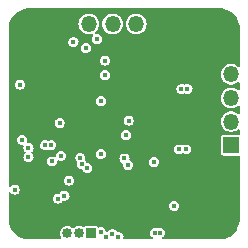
<source format=gbr>
%TF.GenerationSoftware,KiCad,Pcbnew,(6.0.7)*%
%TF.CreationDate,2024-01-02T21:25:37+08:00*%
%TF.ProjectId,stepper-motor-20,73746570-7065-4722-9d6d-6f746f722d32,1*%
%TF.SameCoordinates,PX6979f40PYa1135a0*%
%TF.FileFunction,Copper,L3,Inr*%
%TF.FilePolarity,Positive*%
%FSLAX46Y46*%
G04 Gerber Fmt 4.6, Leading zero omitted, Abs format (unit mm)*
G04 Created by KiCad (PCBNEW (6.0.7)) date 2024-01-02 21:25:37*
%MOMM*%
%LPD*%
G01*
G04 APERTURE LIST*
%TA.AperFunction,ComponentPad*%
%ADD10C,0.600000*%
%TD*%
%TA.AperFunction,ComponentPad*%
%ADD11C,3.600000*%
%TD*%
%TA.AperFunction,ComponentPad*%
%ADD12R,0.850000X0.850000*%
%TD*%
%TA.AperFunction,ComponentPad*%
%ADD13O,0.850000X0.850000*%
%TD*%
%TA.AperFunction,ComponentPad*%
%ADD14R,1.350000X1.350000*%
%TD*%
%TA.AperFunction,ComponentPad*%
%ADD15O,1.350000X1.350000*%
%TD*%
%TA.AperFunction,ViaPad*%
%ADD16C,0.450000*%
%TD*%
%TA.AperFunction,ViaPad*%
%ADD17C,0.430000*%
%TD*%
G04 APERTURE END LIST*
D10*
%TO.N,GND*%
%TO.C,H1*%
X16582400Y3265200D03*
X17700000Y3773200D03*
X17700000Y826800D03*
X19173200Y2300000D03*
X18665200Y1182400D03*
X18665200Y3417600D03*
X16633200Y1284000D03*
X16226800Y2300000D03*
D11*
X17700000Y2300000D03*
%TD*%
D10*
%TO.N,GND*%
%TO.C,H2*%
X2300000Y19173200D03*
X3265200Y16582400D03*
D11*
X2300000Y17700000D03*
D10*
X2300000Y16226800D03*
X3773200Y17700000D03*
X826800Y17700000D03*
X1233200Y16684000D03*
X3265200Y18817600D03*
X1182400Y18665200D03*
%TD*%
D11*
%TO.N,GND*%
%TO.C,H3*%
X17700000Y17700000D03*
D10*
X18665200Y16582400D03*
X18665200Y18817600D03*
X16633200Y16684000D03*
X16226800Y17700000D03*
X17700000Y16226800D03*
X16582400Y18665200D03*
X17700000Y19173200D03*
X19173200Y17700000D03*
%TD*%
D12*
%TO.N,SWCLK*%
%TO.C,J2*%
X7162800Y711200D03*
D13*
%TO.N,SWDIO*%
X6162800Y711200D03*
%TO.N,VCC*%
X5162800Y711200D03*
%TO.N,GND*%
X4162800Y711200D03*
%TD*%
D14*
%TO.N,Net-(J3-Pad1)*%
%TO.C,J3*%
X19050000Y8176000D03*
D15*
%TO.N,Net-(J3-Pad2)*%
X19050000Y10176000D03*
%TO.N,Net-(J3-Pad3)*%
X19050000Y12176000D03*
%TO.N,Net-(J3-Pad4)*%
X19050000Y14176000D03*
%TD*%
D10*
%TO.N,GND*%
%TO.C,H4*%
X3265200Y3417600D03*
X1182400Y3265200D03*
X826800Y2300000D03*
X3773200Y2300000D03*
X2300000Y826800D03*
X3265200Y1182400D03*
X2300000Y3773200D03*
D11*
X2300000Y2300000D03*
D10*
X1233200Y1284000D03*
%TD*%
D14*
%TO.N,GND*%
%TO.C,J1*%
X13000000Y18449200D03*
D15*
%TO.N,V_SUPPLY*%
X11000000Y18449200D03*
%TO.N,/RS485/RS485_A*%
X9000000Y18449200D03*
%TO.N,/RS485/RS485_B*%
X7000000Y18449200D03*
%TD*%
D16*
%TO.N,GND*%
X4267200Y7823200D03*
X3302000Y13512800D03*
X10871200Y13614400D03*
X3302000Y13055600D03*
X6146800Y14173200D03*
X7924800Y3911600D03*
X12141200Y7366000D03*
X11125200Y10769600D03*
X18389600Y15392400D03*
X11684000Y15646400D03*
X16865600Y10617200D03*
X11734800Y14427200D03*
X3302000Y14071600D03*
X12344400Y2387600D03*
X10871200Y14833600D03*
X11480800Y3200400D03*
X14681200Y2032000D03*
X508000Y6858000D03*
X17424400Y11531600D03*
X17678400Y10617200D03*
X5232400Y5892800D03*
X7569200Y3048000D03*
X508000Y12293600D03*
X12344400Y5638800D03*
X3302000Y12446000D03*
X10617200Y5791200D03*
X12598400Y14427200D03*
X11176000Y8636000D03*
X10922000Y16205200D03*
X12598400Y15646400D03*
X4978400Y7823200D03*
X1066800Y12344400D03*
X11988800Y2946400D03*
X12954000Y7416800D03*
X16662400Y11226800D03*
X6276500Y9992462D03*
X11734800Y8077200D03*
X762000Y11836400D03*
X11277600Y7670800D03*
X17983200Y11531600D03*
X11125200Y9906000D03*
X7569200Y4826000D03*
%TO.N,VCC*%
X13004800Y762000D03*
X3302000Y8178800D03*
X5689600Y16916400D03*
X12598400Y762000D03*
X5334000Y5181600D03*
X8026400Y11905000D03*
X14224000Y3048000D03*
X4521200Y10058400D03*
X3809769Y8178980D03*
X1320800Y8636000D03*
X12496800Y6756400D03*
%TO.N,V_SUPPLY*%
X14630400Y7823200D03*
X15240000Y7823200D03*
X1168400Y13309600D03*
X14833600Y12954000D03*
X15341600Y12954000D03*
%TO.N,/RS485/RS485_B*%
X6728600Y16408400D03*
X1879600Y7162800D03*
%TO.N,/RS485/RS485_A*%
X7670800Y17170400D03*
X1879600Y7975600D03*
%TO.N,/LED_GREEN*%
X4648200Y7289800D03*
D17*
X6399263Y6554279D03*
%TO.N,/LED_RED*%
X6857249Y6232888D03*
D16*
X3860800Y6807200D03*
%TO.N,/SPI1_SCK*%
X8483600Y406400D03*
%TO.N,/SPI1_MISO*%
X8991601Y685251D03*
%TO.N,/SPI1_MOSI*%
X9499600Y406400D03*
%TO.N,/MT6816_CS*%
X8026400Y812800D03*
%TO.N,/485_RE*%
X4368800Y3657600D03*
%TO.N,/IN_AP*%
X8347144Y15343453D03*
D17*
X6276500Y7120744D03*
D16*
%TO.N,/IN_AM*%
X8382000Y14122400D03*
D17*
X8008300Y7416800D03*
D16*
%TO.N,/IN_BP*%
X10363200Y10261600D03*
X10312400Y6502400D03*
%TO.N,/IN_BM*%
X10007600Y7061200D03*
X10160500Y9034400D03*
%TO.N,/UART0_TX*%
X711200Y4419600D03*
%TO.N,/UART0_RX*%
X4927600Y3911600D03*
%TD*%
%TA.AperFunction,Conductor*%
%TO.N,GND*%
G36*
X17988169Y19796982D02*
G01*
X17999641Y19794344D01*
X18010516Y19796805D01*
X18021662Y19796785D01*
X18021662Y19796631D01*
X18031712Y19797421D01*
X18113994Y19792028D01*
X18228410Y19784529D01*
X18241237Y19782841D01*
X18459387Y19739449D01*
X18471887Y19736099D01*
X18682500Y19664605D01*
X18694449Y19659656D01*
X18893944Y19561276D01*
X18905137Y19554813D01*
X19042444Y19463067D01*
X19090072Y19431243D01*
X19100345Y19423360D01*
X19267560Y19276717D01*
X19276717Y19267560D01*
X19423360Y19100345D01*
X19431243Y19090072D01*
X19554813Y18905137D01*
X19561276Y18893944D01*
X19659656Y18694449D01*
X19664605Y18682500D01*
X19736098Y18471891D01*
X19739449Y18459387D01*
X19778863Y18261239D01*
X19782840Y18241244D01*
X19784529Y18228412D01*
X19793821Y18086647D01*
X19797388Y18032228D01*
X19796595Y18022372D01*
X19796862Y18022372D01*
X19796842Y18011224D01*
X19794344Y18000359D01*
X19796804Y17989487D01*
X19797059Y17988362D01*
X19799500Y17966512D01*
X19799500Y14907365D01*
X19780593Y14849174D01*
X19731093Y14813210D01*
X19669907Y14813210D01*
X19639470Y14830785D01*
X19639050Y14830207D01*
X19494352Y14935336D01*
X19490161Y14938381D01*
X19485429Y14940488D01*
X19485427Y14940489D01*
X19326774Y15011126D01*
X19326771Y15011127D01*
X19322034Y15013236D01*
X19142019Y15051500D01*
X18957981Y15051500D01*
X18777966Y15013236D01*
X18773229Y15011127D01*
X18773226Y15011126D01*
X18614573Y14940489D01*
X18614571Y14940488D01*
X18609839Y14938381D01*
X18460950Y14830207D01*
X18457484Y14826358D01*
X18457480Y14826354D01*
X18341277Y14697297D01*
X18341273Y14697292D01*
X18337805Y14693440D01*
X18335210Y14688945D01*
X18248380Y14538553D01*
X18248378Y14538548D01*
X18245786Y14534059D01*
X18244184Y14529128D01*
X18190517Y14363961D01*
X18190516Y14363956D01*
X18188915Y14359029D01*
X18169678Y14176000D01*
X18188915Y13992971D01*
X18190516Y13988044D01*
X18190517Y13988039D01*
X18192371Y13982334D01*
X18245786Y13817941D01*
X18248378Y13813452D01*
X18248380Y13813447D01*
X18290552Y13740404D01*
X18337805Y13658560D01*
X18341273Y13654708D01*
X18341277Y13654703D01*
X18457480Y13525646D01*
X18457484Y13525642D01*
X18460950Y13521793D01*
X18609839Y13413619D01*
X18614571Y13411512D01*
X18614573Y13411511D01*
X18773226Y13340874D01*
X18773229Y13340873D01*
X18777966Y13338764D01*
X18783039Y13337686D01*
X18783038Y13337686D01*
X18952110Y13301748D01*
X18957981Y13300500D01*
X19142019Y13300500D01*
X19147891Y13301748D01*
X19316962Y13337686D01*
X19316961Y13337686D01*
X19322034Y13338764D01*
X19326771Y13340873D01*
X19326774Y13340874D01*
X19485427Y13411511D01*
X19485429Y13411512D01*
X19490161Y13413619D01*
X19639050Y13521793D01*
X19639849Y13520694D01*
X19690142Y13543092D01*
X19749992Y13530376D01*
X19790937Y13484911D01*
X19799500Y13444635D01*
X19799500Y12907365D01*
X19780593Y12849174D01*
X19731093Y12813210D01*
X19669907Y12813210D01*
X19639470Y12830785D01*
X19639050Y12830207D01*
X19494352Y12935336D01*
X19490161Y12938381D01*
X19485429Y12940488D01*
X19485427Y12940489D01*
X19326774Y13011126D01*
X19326771Y13011127D01*
X19322034Y13013236D01*
X19142019Y13051500D01*
X18957981Y13051500D01*
X18777966Y13013236D01*
X18773229Y13011127D01*
X18773226Y13011126D01*
X18614573Y12940489D01*
X18614571Y12940488D01*
X18609839Y12938381D01*
X18460950Y12830207D01*
X18457484Y12826358D01*
X18457480Y12826354D01*
X18341277Y12697297D01*
X18341273Y12697292D01*
X18337805Y12693440D01*
X18335210Y12688945D01*
X18248380Y12538553D01*
X18248378Y12538548D01*
X18245786Y12534059D01*
X18229803Y12484868D01*
X18190517Y12363961D01*
X18190516Y12363956D01*
X18188915Y12359029D01*
X18169678Y12176000D01*
X18188915Y11992971D01*
X18190516Y11988044D01*
X18190517Y11988039D01*
X18214998Y11912696D01*
X18245786Y11817941D01*
X18248378Y11813452D01*
X18248380Y11813447D01*
X18300500Y11723174D01*
X18337805Y11658560D01*
X18341273Y11654708D01*
X18341277Y11654703D01*
X18457480Y11525646D01*
X18457484Y11525642D01*
X18460950Y11521793D01*
X18609839Y11413619D01*
X18614571Y11411512D01*
X18614573Y11411511D01*
X18773226Y11340874D01*
X18773229Y11340873D01*
X18777966Y11338764D01*
X18957981Y11300500D01*
X19142019Y11300500D01*
X19322034Y11338764D01*
X19326771Y11340873D01*
X19326774Y11340874D01*
X19485427Y11411511D01*
X19485429Y11411512D01*
X19490161Y11413619D01*
X19639050Y11521793D01*
X19639849Y11520694D01*
X19690142Y11543092D01*
X19749992Y11530376D01*
X19790937Y11484911D01*
X19799500Y11444635D01*
X19799500Y10907365D01*
X19780593Y10849174D01*
X19731093Y10813210D01*
X19669907Y10813210D01*
X19639470Y10830785D01*
X19639050Y10830207D01*
X19494352Y10935336D01*
X19490161Y10938381D01*
X19485429Y10940488D01*
X19485427Y10940489D01*
X19326774Y11011126D01*
X19326771Y11011127D01*
X19322034Y11013236D01*
X19142019Y11051500D01*
X18957981Y11051500D01*
X18777966Y11013236D01*
X18773229Y11011127D01*
X18773226Y11011126D01*
X18614573Y10940489D01*
X18614571Y10940488D01*
X18609839Y10938381D01*
X18460950Y10830207D01*
X18457484Y10826358D01*
X18457480Y10826354D01*
X18341277Y10697297D01*
X18341273Y10697292D01*
X18337805Y10693440D01*
X18335210Y10688945D01*
X18248380Y10538553D01*
X18248378Y10538548D01*
X18245786Y10534059D01*
X18244184Y10529128D01*
X18190517Y10363961D01*
X18190516Y10363956D01*
X18188915Y10359029D01*
X18169678Y10176000D01*
X18188915Y9992971D01*
X18190516Y9988044D01*
X18190517Y9988039D01*
X18208411Y9932969D01*
X18245786Y9817941D01*
X18248378Y9813452D01*
X18248380Y9813447D01*
X18256332Y9799674D01*
X18337805Y9658560D01*
X18341273Y9654708D01*
X18341277Y9654703D01*
X18457480Y9525646D01*
X18457484Y9525642D01*
X18460950Y9521793D01*
X18609839Y9413619D01*
X18614571Y9411512D01*
X18614573Y9411511D01*
X18773226Y9340874D01*
X18773229Y9340873D01*
X18777966Y9338764D01*
X18957981Y9300500D01*
X19142019Y9300500D01*
X19322034Y9338764D01*
X19326771Y9340873D01*
X19326774Y9340874D01*
X19485427Y9411511D01*
X19485429Y9411512D01*
X19490161Y9413619D01*
X19639050Y9521793D01*
X19639849Y9520694D01*
X19690142Y9543092D01*
X19749992Y9530376D01*
X19790937Y9484911D01*
X19799500Y9444635D01*
X19799500Y9150500D01*
X19780593Y9092309D01*
X19731093Y9056345D01*
X19700500Y9051500D01*
X18355252Y9051500D01*
X18329005Y9046279D01*
X18306334Y9041770D01*
X18306332Y9041769D01*
X18296769Y9039867D01*
X18230448Y8995552D01*
X18186133Y8929231D01*
X18184231Y8919668D01*
X18184230Y8919666D01*
X18180572Y8901274D01*
X18174500Y8870748D01*
X18174500Y7481252D01*
X18186133Y7422769D01*
X18230448Y7356448D01*
X18296769Y7312133D01*
X18306332Y7310231D01*
X18306334Y7310230D01*
X18329005Y7305721D01*
X18355252Y7300500D01*
X19700500Y7300500D01*
X19758691Y7281593D01*
X19794655Y7232093D01*
X19799500Y7201500D01*
X19799500Y2034017D01*
X19796982Y2011831D01*
X19794344Y2000359D01*
X19796805Y1989484D01*
X19796785Y1978338D01*
X19796631Y1978338D01*
X19797421Y1968288D01*
X19784530Y1771596D01*
X19782840Y1758756D01*
X19739450Y1540618D01*
X19736098Y1528109D01*
X19664605Y1317500D01*
X19659656Y1305551D01*
X19561276Y1106056D01*
X19554813Y1094863D01*
X19500671Y1013833D01*
X19431243Y909928D01*
X19423360Y899655D01*
X19276717Y732440D01*
X19267560Y723283D01*
X19100345Y576640D01*
X19090072Y568757D01*
X18905137Y445187D01*
X18893944Y438724D01*
X18694449Y340344D01*
X18682501Y335395D01*
X18471887Y263901D01*
X18459387Y260551D01*
X18241237Y217159D01*
X18228412Y215471D01*
X18032225Y202612D01*
X18022372Y203405D01*
X18022372Y203138D01*
X18011224Y203158D01*
X18000359Y205656D01*
X17988359Y202941D01*
X17966512Y200500D01*
X13252404Y200500D01*
X13194213Y219407D01*
X13158249Y268907D01*
X13158249Y330093D01*
X13194213Y379593D01*
X13207459Y387710D01*
X13251081Y409936D01*
X13251083Y409937D01*
X13258020Y413472D01*
X13353328Y508780D01*
X13387905Y576640D01*
X13410983Y621934D01*
X13410983Y621935D01*
X13414519Y628874D01*
X13435604Y762000D01*
X13429747Y798978D01*
X13415738Y887431D01*
X13415738Y887432D01*
X13414519Y895126D01*
X13385099Y952866D01*
X13356864Y1008281D01*
X13356863Y1008283D01*
X13353328Y1015220D01*
X13258020Y1110528D01*
X13251083Y1114063D01*
X13251081Y1114064D01*
X13144866Y1168183D01*
X13144865Y1168183D01*
X13137926Y1171719D01*
X13130232Y1172938D01*
X13130231Y1172938D01*
X13012496Y1191585D01*
X13004800Y1192804D01*
X12997104Y1191585D01*
X12879368Y1172938D01*
X12879366Y1172937D01*
X12871674Y1171719D01*
X12846544Y1158915D01*
X12786115Y1149343D01*
X12756658Y1158913D01*
X12731526Y1171719D01*
X12723834Y1172937D01*
X12723832Y1172938D01*
X12606096Y1191585D01*
X12598400Y1192804D01*
X12590704Y1191585D01*
X12472969Y1172938D01*
X12472968Y1172938D01*
X12465274Y1171719D01*
X12458335Y1168183D01*
X12458334Y1168183D01*
X12352119Y1114064D01*
X12352117Y1114063D01*
X12345180Y1110528D01*
X12249872Y1015220D01*
X12246337Y1008283D01*
X12246336Y1008281D01*
X12218101Y952866D01*
X12188681Y895126D01*
X12187462Y887432D01*
X12187462Y887431D01*
X12173453Y798978D01*
X12167596Y762000D01*
X12188681Y628874D01*
X12192217Y621935D01*
X12192217Y621934D01*
X12215296Y576640D01*
X12249872Y508780D01*
X12345180Y413472D01*
X12352117Y409937D01*
X12352119Y409936D01*
X12395741Y387710D01*
X12439006Y344445D01*
X12448577Y284013D01*
X12420800Y229497D01*
X12366283Y201719D01*
X12350796Y200500D01*
X10013707Y200500D01*
X9955516Y219407D01*
X9919552Y268907D01*
X9915926Y314987D01*
X9929185Y398703D01*
X9929185Y398704D01*
X9930404Y406400D01*
X9909319Y539526D01*
X9892136Y573250D01*
X9851664Y652681D01*
X9851663Y652683D01*
X9848128Y659620D01*
X9752820Y754928D01*
X9745883Y758463D01*
X9745881Y758464D01*
X9639666Y812583D01*
X9639665Y812583D01*
X9632726Y816119D01*
X9625032Y817338D01*
X9625031Y817338D01*
X9507296Y835985D01*
X9499600Y837204D01*
X9470823Y832646D01*
X9410394Y842217D01*
X9367128Y885482D01*
X9343665Y931532D01*
X9343664Y931534D01*
X9340129Y938471D01*
X9244821Y1033779D01*
X9237884Y1037314D01*
X9237882Y1037315D01*
X9131667Y1091434D01*
X9131666Y1091434D01*
X9124727Y1094970D01*
X9117033Y1096189D01*
X9117032Y1096189D01*
X9026497Y1110528D01*
X8991601Y1116055D01*
X8956705Y1110528D01*
X8866170Y1096189D01*
X8866169Y1096189D01*
X8858475Y1094970D01*
X8851536Y1091434D01*
X8851535Y1091434D01*
X8745320Y1037315D01*
X8745318Y1037314D01*
X8738381Y1033779D01*
X8643073Y938471D01*
X8639538Y931533D01*
X8639535Y931529D01*
X8624421Y901866D01*
X8581156Y858602D01*
X8520724Y849031D01*
X8466208Y876809D01*
X8438431Y931327D01*
X8436119Y945926D01*
X8400812Y1015220D01*
X8378464Y1059081D01*
X8378463Y1059083D01*
X8374928Y1066020D01*
X8279620Y1161328D01*
X8272683Y1164863D01*
X8272681Y1164864D01*
X8166466Y1218983D01*
X8166465Y1218983D01*
X8159526Y1222519D01*
X8151832Y1223738D01*
X8151831Y1223738D01*
X8034096Y1242385D01*
X8026400Y1243604D01*
X8018704Y1242385D01*
X7900969Y1223738D01*
X7900968Y1223738D01*
X7893274Y1222519D01*
X7886333Y1218982D01*
X7886332Y1218982D01*
X7880634Y1216079D01*
X7820202Y1206509D01*
X7765686Y1234288D01*
X7753376Y1249288D01*
X7737771Y1272642D01*
X7732352Y1280752D01*
X7666031Y1325067D01*
X7656468Y1326969D01*
X7656466Y1326970D01*
X7633795Y1331479D01*
X7607548Y1336700D01*
X6718052Y1336700D01*
X6691805Y1331479D01*
X6669134Y1326970D01*
X6669132Y1326969D01*
X6659569Y1325067D01*
X6593248Y1280752D01*
X6587959Y1272836D01*
X6533573Y1245126D01*
X6471762Y1255414D01*
X6388605Y1299443D01*
X6382817Y1300897D01*
X6382814Y1300898D01*
X6247560Y1334872D01*
X6247561Y1334872D01*
X6241772Y1336326D01*
X6166076Y1336722D01*
X6096345Y1337087D01*
X6096343Y1337087D01*
X6090379Y1337118D01*
X5943167Y1301776D01*
X5886721Y1272642D01*
X5813941Y1235078D01*
X5813939Y1235076D01*
X5808635Y1232339D01*
X5798776Y1223738D01*
X5727660Y1161700D01*
X5671381Y1137695D01*
X5611739Y1151355D01*
X5596723Y1162385D01*
X5547333Y1206389D01*
X5522403Y1228601D01*
X5496370Y1242385D01*
X5471762Y1255414D01*
X5388605Y1299443D01*
X5382817Y1300897D01*
X5382814Y1300898D01*
X5247560Y1334872D01*
X5247561Y1334872D01*
X5241772Y1336326D01*
X5166076Y1336722D01*
X5096345Y1337087D01*
X5096343Y1337087D01*
X5090379Y1337118D01*
X4943167Y1301776D01*
X4886721Y1272642D01*
X4813941Y1235078D01*
X4813939Y1235076D01*
X4808635Y1232339D01*
X4694549Y1132815D01*
X4691118Y1127933D01*
X4691117Y1127932D01*
X4611902Y1015220D01*
X4607496Y1008951D01*
X4605329Y1003393D01*
X4605328Y1003391D01*
X4559358Y885482D01*
X4552502Y867898D01*
X4532741Y717798D01*
X4533396Y711865D01*
X4533396Y711861D01*
X4542558Y628874D01*
X4549354Y567317D01*
X4551406Y561710D01*
X4599330Y430749D01*
X4599332Y430745D01*
X4601382Y425143D01*
X4604711Y420189D01*
X4648707Y354717D01*
X4665470Y295873D01*
X4644443Y238414D01*
X4593659Y204288D01*
X4566536Y200500D01*
X2034017Y200500D01*
X2011831Y203018D01*
X2011813Y203022D01*
X2000359Y205656D01*
X1989484Y203195D01*
X1978338Y203215D01*
X1978338Y203369D01*
X1968288Y202579D01*
X1886006Y207972D01*
X1771590Y215471D01*
X1758763Y217159D01*
X1540613Y260551D01*
X1528113Y263901D01*
X1317499Y335395D01*
X1305551Y340344D01*
X1106056Y438724D01*
X1094863Y445187D01*
X909928Y568757D01*
X899655Y576640D01*
X732440Y723283D01*
X723283Y732440D01*
X576640Y899655D01*
X568757Y909928D01*
X499329Y1013833D01*
X445187Y1094863D01*
X438724Y1106056D01*
X340344Y1305551D01*
X335395Y1317500D01*
X263902Y1528109D01*
X260550Y1540618D01*
X217160Y1758756D01*
X215470Y1771595D01*
X202629Y1967515D01*
X204311Y1988181D01*
X203747Y1988246D01*
X204388Y1993818D01*
X205655Y1999282D01*
X205656Y2000000D01*
X203096Y2011224D01*
X202980Y2011734D01*
X200500Y2033752D01*
X200500Y3048000D01*
X13793196Y3048000D01*
X13814281Y2914874D01*
X13875472Y2794780D01*
X13970780Y2699472D01*
X13977717Y2695937D01*
X13977719Y2695936D01*
X14083934Y2641817D01*
X14090874Y2638281D01*
X14098568Y2637062D01*
X14098569Y2637062D01*
X14216304Y2618415D01*
X14224000Y2617196D01*
X14231696Y2618415D01*
X14349431Y2637062D01*
X14349432Y2637062D01*
X14357126Y2638281D01*
X14364066Y2641817D01*
X14470281Y2695936D01*
X14470283Y2695937D01*
X14477220Y2699472D01*
X14572528Y2794780D01*
X14633719Y2914874D01*
X14654804Y3048000D01*
X14633719Y3181126D01*
X14572528Y3301220D01*
X14477220Y3396528D01*
X14470283Y3400063D01*
X14470281Y3400064D01*
X14364066Y3454183D01*
X14364065Y3454183D01*
X14357126Y3457719D01*
X14349432Y3458938D01*
X14349431Y3458938D01*
X14231696Y3477585D01*
X14224000Y3478804D01*
X14216304Y3477585D01*
X14098569Y3458938D01*
X14098568Y3458938D01*
X14090874Y3457719D01*
X14083935Y3454183D01*
X14083934Y3454183D01*
X13977719Y3400064D01*
X13977717Y3400063D01*
X13970780Y3396528D01*
X13875472Y3301220D01*
X13814281Y3181126D01*
X13793196Y3048000D01*
X200500Y3048000D01*
X200500Y3657600D01*
X3937996Y3657600D01*
X3959081Y3524474D01*
X3962617Y3517535D01*
X3962617Y3517534D01*
X4016735Y3411322D01*
X4020272Y3404380D01*
X4115580Y3309072D01*
X4122517Y3305537D01*
X4122519Y3305536D01*
X4228734Y3251417D01*
X4235674Y3247881D01*
X4243368Y3246662D01*
X4243369Y3246662D01*
X4361104Y3228015D01*
X4368800Y3226796D01*
X4376496Y3228015D01*
X4494231Y3246662D01*
X4494232Y3246662D01*
X4501926Y3247881D01*
X4508866Y3251417D01*
X4615081Y3305536D01*
X4615083Y3305537D01*
X4622020Y3309072D01*
X4717328Y3404380D01*
X4720864Y3411319D01*
X4720866Y3411322D01*
X4736405Y3441819D01*
X4779670Y3485083D01*
X4840100Y3494654D01*
X4919902Y3482015D01*
X4919904Y3482015D01*
X4927600Y3480796D01*
X4935296Y3482015D01*
X5053031Y3500662D01*
X5053032Y3500662D01*
X5060726Y3501881D01*
X5091447Y3517534D01*
X5173881Y3559536D01*
X5173883Y3559537D01*
X5180820Y3563072D01*
X5276128Y3658380D01*
X5337319Y3778474D01*
X5358404Y3911600D01*
X5352547Y3948578D01*
X5338538Y4037031D01*
X5338538Y4037032D01*
X5337319Y4044726D01*
X5295204Y4127381D01*
X5279664Y4157881D01*
X5279663Y4157883D01*
X5276128Y4164820D01*
X5180820Y4260128D01*
X5173883Y4263663D01*
X5173881Y4263664D01*
X5067666Y4317783D01*
X5067665Y4317783D01*
X5060726Y4321319D01*
X5053032Y4322538D01*
X5053031Y4322538D01*
X4935296Y4341185D01*
X4927600Y4342404D01*
X4919904Y4341185D01*
X4802169Y4322538D01*
X4802168Y4322538D01*
X4794474Y4321319D01*
X4787535Y4317783D01*
X4787534Y4317783D01*
X4681319Y4263664D01*
X4681317Y4263663D01*
X4674380Y4260128D01*
X4579072Y4164820D01*
X4575537Y4157882D01*
X4575534Y4157878D01*
X4559995Y4127381D01*
X4516730Y4084117D01*
X4456300Y4074546D01*
X4376498Y4087185D01*
X4376496Y4087185D01*
X4368800Y4088404D01*
X4361104Y4087185D01*
X4243369Y4068538D01*
X4243368Y4068538D01*
X4235674Y4067319D01*
X4228735Y4063783D01*
X4228734Y4063783D01*
X4122519Y4009664D01*
X4122517Y4009663D01*
X4115580Y4006128D01*
X4020272Y3910820D01*
X3959081Y3790726D01*
X3937996Y3657600D01*
X200500Y3657600D01*
X200500Y4089544D01*
X219407Y4147735D01*
X268907Y4183699D01*
X330093Y4183699D01*
X369504Y4159548D01*
X457980Y4071072D01*
X464917Y4067537D01*
X464919Y4067536D01*
X524789Y4037031D01*
X578074Y4009881D01*
X585768Y4008662D01*
X585769Y4008662D01*
X703504Y3990015D01*
X711200Y3988796D01*
X718896Y3990015D01*
X836631Y4008662D01*
X836632Y4008662D01*
X844326Y4009881D01*
X897611Y4037031D01*
X957481Y4067536D01*
X957483Y4067537D01*
X964420Y4071072D01*
X1059728Y4166380D01*
X1068553Y4183699D01*
X1117383Y4279534D01*
X1117383Y4279535D01*
X1120919Y4286474D01*
X1129778Y4342404D01*
X1140785Y4411904D01*
X1142004Y4419600D01*
X1120919Y4552726D01*
X1070400Y4651875D01*
X1063264Y4665881D01*
X1063263Y4665883D01*
X1059728Y4672820D01*
X964420Y4768128D01*
X957483Y4771663D01*
X957481Y4771664D01*
X851266Y4825783D01*
X851265Y4825783D01*
X844326Y4829319D01*
X836632Y4830538D01*
X836631Y4830538D01*
X718896Y4849185D01*
X711200Y4850404D01*
X703504Y4849185D01*
X585769Y4830538D01*
X585768Y4830538D01*
X578074Y4829319D01*
X571135Y4825783D01*
X571134Y4825783D01*
X464919Y4771664D01*
X464917Y4771663D01*
X457980Y4768128D01*
X369504Y4679652D01*
X314987Y4651875D01*
X254555Y4661446D01*
X211290Y4704711D01*
X200500Y4749656D01*
X200500Y5181600D01*
X4903196Y5181600D01*
X4924281Y5048474D01*
X4985472Y4928380D01*
X5080780Y4833072D01*
X5087717Y4829537D01*
X5087719Y4829536D01*
X5095085Y4825783D01*
X5200874Y4771881D01*
X5208568Y4770662D01*
X5208569Y4770662D01*
X5326304Y4752015D01*
X5334000Y4750796D01*
X5341696Y4752015D01*
X5459431Y4770662D01*
X5459432Y4770662D01*
X5467126Y4771881D01*
X5572915Y4825783D01*
X5580281Y4829536D01*
X5580283Y4829537D01*
X5587220Y4833072D01*
X5682528Y4928380D01*
X5743719Y5048474D01*
X5764804Y5181600D01*
X5743719Y5314726D01*
X5682528Y5434820D01*
X5587220Y5530128D01*
X5580283Y5533663D01*
X5580281Y5533664D01*
X5474066Y5587783D01*
X5474065Y5587783D01*
X5467126Y5591319D01*
X5459432Y5592538D01*
X5459431Y5592538D01*
X5341696Y5611185D01*
X5334000Y5612404D01*
X5326304Y5611185D01*
X5208569Y5592538D01*
X5208568Y5592538D01*
X5200874Y5591319D01*
X5193935Y5587783D01*
X5193934Y5587783D01*
X5087719Y5533664D01*
X5087717Y5533663D01*
X5080780Y5530128D01*
X4985472Y5434820D01*
X4924281Y5314726D01*
X4903196Y5181600D01*
X200500Y5181600D01*
X200500Y8636000D01*
X889996Y8636000D01*
X891215Y8628304D01*
X909274Y8514286D01*
X911081Y8502874D01*
X914617Y8495935D01*
X914617Y8495934D01*
X958103Y8410589D01*
X972272Y8382780D01*
X1067580Y8287472D01*
X1074517Y8283937D01*
X1074519Y8283936D01*
X1135657Y8252785D01*
X1187674Y8226281D01*
X1195368Y8225062D01*
X1195369Y8225062D01*
X1313104Y8206415D01*
X1320800Y8205196D01*
X1328496Y8206415D01*
X1354806Y8210582D01*
X1415238Y8201011D01*
X1458503Y8157746D01*
X1468074Y8097316D01*
X1448796Y7975600D01*
X1469881Y7842474D01*
X1473417Y7835535D01*
X1473417Y7835534D01*
X1511561Y7760673D01*
X1531072Y7722380D01*
X1614248Y7639204D01*
X1642025Y7584687D01*
X1632454Y7524255D01*
X1614248Y7499196D01*
X1531072Y7416020D01*
X1527537Y7409083D01*
X1527536Y7409081D01*
X1473417Y7302866D01*
X1469881Y7295926D01*
X1468662Y7288232D01*
X1468662Y7288231D01*
X1456807Y7213381D01*
X1448796Y7162800D01*
X1469881Y7029674D01*
X1473417Y7022735D01*
X1473417Y7022734D01*
X1521649Y6928074D01*
X1531072Y6909580D01*
X1626380Y6814272D01*
X1633317Y6810737D01*
X1633319Y6810736D01*
X1724622Y6764215D01*
X1746474Y6753081D01*
X1754168Y6751862D01*
X1754169Y6751862D01*
X1871904Y6733215D01*
X1879600Y6731996D01*
X1887296Y6733215D01*
X2005031Y6751862D01*
X2005032Y6751862D01*
X2012726Y6753081D01*
X2034578Y6764215D01*
X2118941Y6807200D01*
X3429996Y6807200D01*
X3431215Y6799504D01*
X3438008Y6756617D01*
X3451081Y6674074D01*
X3454617Y6667135D01*
X3454617Y6667134D01*
X3508198Y6561976D01*
X3512272Y6553980D01*
X3607580Y6458672D01*
X3614517Y6455137D01*
X3614519Y6455136D01*
X3714220Y6404336D01*
X3727674Y6397481D01*
X3735368Y6396262D01*
X3735369Y6396262D01*
X3853104Y6377615D01*
X3860800Y6376396D01*
X3868496Y6377615D01*
X3986231Y6396262D01*
X3986232Y6396262D01*
X3993926Y6397481D01*
X4007380Y6404336D01*
X4107081Y6455136D01*
X4107083Y6455137D01*
X4114020Y6458672D01*
X4209328Y6553980D01*
X4213403Y6561976D01*
X4266983Y6667134D01*
X4266983Y6667135D01*
X4270519Y6674074D01*
X4283593Y6756617D01*
X4290385Y6799504D01*
X4291604Y6807200D01*
X4289825Y6818432D01*
X4290385Y6821968D01*
X4290385Y6822687D01*
X4290499Y6822687D01*
X4299396Y6878864D01*
X4342661Y6922129D01*
X4403093Y6931700D01*
X4432551Y6922128D01*
X4508128Y6883619D01*
X4508134Y6883617D01*
X4515074Y6880081D01*
X4522768Y6878862D01*
X4522769Y6878862D01*
X4640504Y6860215D01*
X4648200Y6858996D01*
X4655896Y6860215D01*
X4773631Y6878862D01*
X4773632Y6878862D01*
X4781326Y6880081D01*
X4799863Y6889526D01*
X4894481Y6937736D01*
X4894483Y6937737D01*
X4901420Y6941272D01*
X4996728Y7036580D01*
X5005340Y7053481D01*
X5039612Y7120744D01*
X5855821Y7120744D01*
X5857040Y7113047D01*
X5874520Y7002681D01*
X5876410Y6990747D01*
X5936164Y6873475D01*
X5990907Y6818732D01*
X6018684Y6764215D01*
X6009112Y6703782D01*
X5999173Y6684276D01*
X5997955Y6676585D01*
X5997954Y6676582D01*
X5980712Y6567716D01*
X5978584Y6554279D01*
X5979803Y6546582D01*
X5988020Y6494704D01*
X5999173Y6424282D01*
X6058927Y6307010D01*
X6151994Y6213943D01*
X6269266Y6154189D01*
X6276957Y6152971D01*
X6276960Y6152970D01*
X6395399Y6134212D01*
X6449915Y6106435D01*
X6468121Y6081377D01*
X6516913Y5985619D01*
X6609980Y5892552D01*
X6727252Y5832798D01*
X6734943Y5831580D01*
X6734946Y5831579D01*
X6849552Y5813428D01*
X6857249Y5812209D01*
X6864946Y5813428D01*
X6979552Y5831579D01*
X6979555Y5831580D01*
X6987246Y5832798D01*
X7104518Y5892552D01*
X7197585Y5985619D01*
X7257339Y6102891D01*
X7263501Y6141794D01*
X7276709Y6225191D01*
X7277928Y6232888D01*
X7263052Y6326815D01*
X7258558Y6355191D01*
X7258557Y6355194D01*
X7257339Y6362885D01*
X7197585Y6480157D01*
X7104518Y6573224D01*
X6987246Y6632978D01*
X6979555Y6634196D01*
X6979552Y6634197D01*
X6861113Y6652955D01*
X6806597Y6680732D01*
X6788391Y6705790D01*
X6772130Y6737703D01*
X6739599Y6801548D01*
X6684856Y6856291D01*
X6657079Y6910808D01*
X6666651Y6971241D01*
X6673053Y6983806D01*
X6676590Y6990747D01*
X6678481Y7002681D01*
X6695960Y7113047D01*
X6697179Y7120744D01*
X6691638Y7155728D01*
X6677809Y7243047D01*
X6677808Y7243050D01*
X6676590Y7250741D01*
X6616836Y7368013D01*
X6568049Y7416800D01*
X7587621Y7416800D01*
X7588840Y7409103D01*
X7606041Y7300500D01*
X7608210Y7286803D01*
X7667964Y7169531D01*
X7761031Y7076464D01*
X7878303Y7016710D01*
X7885994Y7015492D01*
X7885997Y7015491D01*
X8000603Y6997340D01*
X8008300Y6996121D01*
X8015997Y6997340D01*
X8130603Y7015491D01*
X8130606Y7015492D01*
X8138297Y7016710D01*
X8225612Y7061200D01*
X9576796Y7061200D01*
X9578015Y7053504D01*
X9596351Y6937736D01*
X9597881Y6928074D01*
X9601417Y6921135D01*
X9601417Y6921134D01*
X9653594Y6818732D01*
X9659072Y6807980D01*
X9754380Y6712672D01*
X9761317Y6709137D01*
X9761319Y6709136D01*
X9838825Y6669645D01*
X9882090Y6626380D01*
X9891661Y6565948D01*
X9881596Y6502400D01*
X9882815Y6494704D01*
X9898407Y6396262D01*
X9902681Y6369274D01*
X9906217Y6362335D01*
X9906217Y6362334D01*
X9937213Y6301502D01*
X9963872Y6249180D01*
X10059180Y6153872D01*
X10066117Y6150337D01*
X10066119Y6150336D01*
X10172334Y6096217D01*
X10179274Y6092681D01*
X10186968Y6091462D01*
X10186969Y6091462D01*
X10304704Y6072815D01*
X10312400Y6071596D01*
X10320096Y6072815D01*
X10437831Y6091462D01*
X10437832Y6091462D01*
X10445526Y6092681D01*
X10452466Y6096217D01*
X10558681Y6150336D01*
X10558683Y6150337D01*
X10565620Y6153872D01*
X10660928Y6249180D01*
X10687588Y6301502D01*
X10718583Y6362334D01*
X10718583Y6362335D01*
X10722119Y6369274D01*
X10726394Y6396262D01*
X10741985Y6494704D01*
X10743204Y6502400D01*
X10731987Y6573224D01*
X10723338Y6627831D01*
X10723338Y6627832D01*
X10722119Y6635526D01*
X10713990Y6651481D01*
X10664464Y6748681D01*
X10664463Y6748683D01*
X10660928Y6755620D01*
X10660148Y6756400D01*
X12065996Y6756400D01*
X12067215Y6748704D01*
X12079737Y6669645D01*
X12087081Y6623274D01*
X12090617Y6616335D01*
X12090617Y6616334D01*
X12126158Y6546582D01*
X12148272Y6503180D01*
X12243580Y6407872D01*
X12250517Y6404337D01*
X12250519Y6404336D01*
X12331872Y6362885D01*
X12363674Y6346681D01*
X12371368Y6345462D01*
X12371369Y6345462D01*
X12489104Y6326815D01*
X12496800Y6325596D01*
X12504496Y6326815D01*
X12622231Y6345462D01*
X12622232Y6345462D01*
X12629926Y6346681D01*
X12661728Y6362885D01*
X12743081Y6404336D01*
X12743083Y6404337D01*
X12750020Y6407872D01*
X12845328Y6503180D01*
X12867443Y6546582D01*
X12902983Y6616334D01*
X12902983Y6616335D01*
X12906519Y6623274D01*
X12913864Y6669645D01*
X12926385Y6748704D01*
X12927604Y6756400D01*
X12911783Y6856291D01*
X12907738Y6881831D01*
X12907738Y6881832D01*
X12906519Y6889526D01*
X12900026Y6902270D01*
X12848864Y7002681D01*
X12848863Y7002683D01*
X12845328Y7009620D01*
X12750020Y7104928D01*
X12743083Y7108463D01*
X12743081Y7108464D01*
X12636866Y7162583D01*
X12636865Y7162583D01*
X12629926Y7166119D01*
X12622232Y7167338D01*
X12622231Y7167338D01*
X12504496Y7185985D01*
X12496800Y7187204D01*
X12489104Y7185985D01*
X12371369Y7167338D01*
X12371368Y7167338D01*
X12363674Y7166119D01*
X12356735Y7162583D01*
X12356734Y7162583D01*
X12250519Y7108464D01*
X12250517Y7108463D01*
X12243580Y7104928D01*
X12148272Y7009620D01*
X12144737Y7002683D01*
X12144736Y7002681D01*
X12093574Y6902270D01*
X12087081Y6889526D01*
X12085862Y6881832D01*
X12085862Y6881831D01*
X12081817Y6856291D01*
X12065996Y6756400D01*
X10660148Y6756400D01*
X10565620Y6850928D01*
X10558683Y6854463D01*
X10558681Y6854464D01*
X10481175Y6893955D01*
X10437910Y6937220D01*
X10428339Y6997652D01*
X10431164Y7015491D01*
X10438404Y7061200D01*
X10423432Y7155728D01*
X10418538Y7186631D01*
X10418538Y7186632D01*
X10417319Y7194326D01*
X10395064Y7238004D01*
X10359664Y7307481D01*
X10359663Y7307483D01*
X10356128Y7314420D01*
X10260820Y7409728D01*
X10253883Y7413263D01*
X10253881Y7413264D01*
X10147666Y7467383D01*
X10147665Y7467383D01*
X10140726Y7470919D01*
X10133032Y7472138D01*
X10133031Y7472138D01*
X10015296Y7490785D01*
X10007600Y7492004D01*
X9999904Y7490785D01*
X9882169Y7472138D01*
X9882168Y7472138D01*
X9874474Y7470919D01*
X9867535Y7467383D01*
X9867534Y7467383D01*
X9761319Y7413264D01*
X9761317Y7413263D01*
X9754380Y7409728D01*
X9659072Y7314420D01*
X9655537Y7307483D01*
X9655536Y7307481D01*
X9620136Y7238004D01*
X9597881Y7194326D01*
X9596662Y7186632D01*
X9596662Y7186631D01*
X9591768Y7155728D01*
X9576796Y7061200D01*
X8225612Y7061200D01*
X8255569Y7076464D01*
X8348636Y7169531D01*
X8408390Y7286803D01*
X8410560Y7300500D01*
X8427760Y7409103D01*
X8428979Y7416800D01*
X8414008Y7511328D01*
X8409609Y7539103D01*
X8409608Y7539106D01*
X8408390Y7546797D01*
X8348636Y7664069D01*
X8255569Y7757136D01*
X8138297Y7816890D01*
X8130606Y7818108D01*
X8130603Y7818109D01*
X8098458Y7823200D01*
X14199596Y7823200D01*
X14200815Y7815504D01*
X14216039Y7719385D01*
X14220681Y7690074D01*
X14224217Y7683135D01*
X14224217Y7683134D01*
X14259369Y7614145D01*
X14281872Y7569980D01*
X14377180Y7474672D01*
X14384117Y7471137D01*
X14384119Y7471136D01*
X14475654Y7424497D01*
X14497274Y7413481D01*
X14504968Y7412262D01*
X14504969Y7412262D01*
X14622704Y7393615D01*
X14630400Y7392396D01*
X14638096Y7393615D01*
X14755831Y7412262D01*
X14755832Y7412262D01*
X14763526Y7413481D01*
X14883620Y7474672D01*
X14884122Y7473687D01*
X14935206Y7490282D01*
X14986278Y7473687D01*
X14986780Y7474672D01*
X15106874Y7413481D01*
X15114568Y7412262D01*
X15114569Y7412262D01*
X15232304Y7393615D01*
X15240000Y7392396D01*
X15247696Y7393615D01*
X15365431Y7412262D01*
X15365432Y7412262D01*
X15373126Y7413481D01*
X15394746Y7424497D01*
X15486281Y7471136D01*
X15486283Y7471137D01*
X15493220Y7474672D01*
X15588528Y7569980D01*
X15611032Y7614145D01*
X15646183Y7683134D01*
X15646183Y7683135D01*
X15649719Y7690074D01*
X15654362Y7719385D01*
X15669585Y7815504D01*
X15670804Y7823200D01*
X15649719Y7956326D01*
X15643820Y7967904D01*
X15592064Y8069481D01*
X15592063Y8069483D01*
X15588528Y8076420D01*
X15493220Y8171728D01*
X15486283Y8175263D01*
X15486281Y8175264D01*
X15380066Y8229383D01*
X15380065Y8229383D01*
X15373126Y8232919D01*
X15365432Y8234138D01*
X15365431Y8234138D01*
X15247696Y8252785D01*
X15240000Y8254004D01*
X15232304Y8252785D01*
X15114569Y8234138D01*
X15114568Y8234138D01*
X15106874Y8232919D01*
X14986780Y8171728D01*
X14986278Y8172713D01*
X14935194Y8156118D01*
X14884122Y8172713D01*
X14883620Y8171728D01*
X14877404Y8174895D01*
X14877405Y8174895D01*
X14763526Y8232919D01*
X14755832Y8234138D01*
X14755831Y8234138D01*
X14638096Y8252785D01*
X14630400Y8254004D01*
X14622704Y8252785D01*
X14504969Y8234138D01*
X14504968Y8234138D01*
X14497274Y8232919D01*
X14490335Y8229383D01*
X14490334Y8229383D01*
X14384119Y8175264D01*
X14384117Y8175263D01*
X14377180Y8171728D01*
X14281872Y8076420D01*
X14278337Y8069483D01*
X14278336Y8069481D01*
X14226580Y7967904D01*
X14220681Y7956326D01*
X14199596Y7823200D01*
X8098458Y7823200D01*
X8015997Y7836260D01*
X8008300Y7837479D01*
X8000603Y7836260D01*
X7885997Y7818109D01*
X7885994Y7818108D01*
X7878303Y7816890D01*
X7761031Y7757136D01*
X7667964Y7664069D01*
X7608210Y7546797D01*
X7606992Y7539106D01*
X7606991Y7539103D01*
X7602592Y7511328D01*
X7587621Y7416800D01*
X6568049Y7416800D01*
X6523769Y7461080D01*
X6406497Y7520834D01*
X6398806Y7522052D01*
X6398803Y7522053D01*
X6284197Y7540204D01*
X6276500Y7541423D01*
X6268803Y7540204D01*
X6154197Y7522053D01*
X6154194Y7522052D01*
X6146503Y7520834D01*
X6029231Y7461080D01*
X5936164Y7368013D01*
X5876410Y7250741D01*
X5875192Y7243050D01*
X5875191Y7243047D01*
X5861362Y7155728D01*
X5855821Y7120744D01*
X5039612Y7120744D01*
X5054383Y7149734D01*
X5054383Y7149735D01*
X5057919Y7156674D01*
X5059956Y7169531D01*
X5077785Y7282104D01*
X5079004Y7289800D01*
X5065744Y7373521D01*
X5059138Y7415231D01*
X5059138Y7415232D01*
X5057919Y7422926D01*
X5038479Y7461080D01*
X5000264Y7536081D01*
X5000263Y7536083D01*
X4996728Y7543020D01*
X4901420Y7638328D01*
X4894483Y7641863D01*
X4894481Y7641864D01*
X4788266Y7695983D01*
X4788265Y7695983D01*
X4781326Y7699519D01*
X4773632Y7700738D01*
X4773631Y7700738D01*
X4655896Y7719385D01*
X4648200Y7720604D01*
X4640504Y7719385D01*
X4522769Y7700738D01*
X4522768Y7700738D01*
X4515074Y7699519D01*
X4508135Y7695983D01*
X4508134Y7695983D01*
X4401919Y7641864D01*
X4401917Y7641863D01*
X4394980Y7638328D01*
X4299672Y7543020D01*
X4296137Y7536083D01*
X4296136Y7536081D01*
X4257921Y7461080D01*
X4238481Y7422926D01*
X4237262Y7415232D01*
X4237262Y7415231D01*
X4230656Y7373521D01*
X4217396Y7289800D01*
X4218615Y7282104D01*
X4219175Y7278568D01*
X4218615Y7275032D01*
X4218615Y7274313D01*
X4218501Y7274313D01*
X4209604Y7218136D01*
X4166339Y7174871D01*
X4105907Y7165300D01*
X4076449Y7174872D01*
X4000872Y7213381D01*
X4000866Y7213383D01*
X3993926Y7216919D01*
X3986232Y7218138D01*
X3986231Y7218138D01*
X3868496Y7236785D01*
X3860800Y7238004D01*
X3853104Y7236785D01*
X3735369Y7218138D01*
X3735368Y7218138D01*
X3727674Y7216919D01*
X3720735Y7213383D01*
X3720734Y7213383D01*
X3614519Y7159264D01*
X3614517Y7159263D01*
X3607580Y7155728D01*
X3512272Y7060420D01*
X3508737Y7053483D01*
X3508736Y7053481D01*
X3486388Y7009620D01*
X3451081Y6940326D01*
X3449862Y6932632D01*
X3449862Y6932631D01*
X3438393Y6860215D01*
X3429996Y6807200D01*
X2118941Y6807200D01*
X2125881Y6810736D01*
X2125883Y6810737D01*
X2132820Y6814272D01*
X2228128Y6909580D01*
X2237552Y6928074D01*
X2285783Y7022734D01*
X2285783Y7022735D01*
X2289319Y7029674D01*
X2310404Y7162800D01*
X2302393Y7213381D01*
X2290538Y7288231D01*
X2290538Y7288232D01*
X2289319Y7295926D01*
X2285783Y7302866D01*
X2231664Y7409081D01*
X2231663Y7409083D01*
X2228128Y7416020D01*
X2144952Y7499196D01*
X2117175Y7553713D01*
X2126746Y7614145D01*
X2144952Y7639204D01*
X2228128Y7722380D01*
X2247640Y7760673D01*
X2285783Y7835534D01*
X2285783Y7835535D01*
X2289319Y7842474D01*
X2310404Y7975600D01*
X2300376Y8038914D01*
X2290538Y8101031D01*
X2290538Y8101032D01*
X2289319Y8108726D01*
X2264342Y8157746D01*
X2253615Y8178800D01*
X2871196Y8178800D01*
X2872415Y8171104D01*
X2891034Y8053549D01*
X2892281Y8045674D01*
X2895817Y8038735D01*
X2895817Y8038734D01*
X2949845Y7932699D01*
X2953472Y7925580D01*
X3048780Y7830272D01*
X3055717Y7826737D01*
X3055719Y7826736D01*
X3161581Y7772797D01*
X3168874Y7769081D01*
X3176568Y7767862D01*
X3176569Y7767862D01*
X3221960Y7760673D01*
X3293168Y7749395D01*
X3294304Y7749215D01*
X3302000Y7747996D01*
X3309696Y7749215D01*
X3310833Y7749395D01*
X3382040Y7760673D01*
X3427431Y7767862D01*
X3427432Y7767862D01*
X3435126Y7769081D01*
X3511116Y7807800D01*
X3571548Y7817371D01*
X3601006Y7807800D01*
X3676643Y7769261D01*
X3684337Y7768042D01*
X3684338Y7768042D01*
X3802073Y7749395D01*
X3809769Y7748176D01*
X3817465Y7749395D01*
X3935200Y7768042D01*
X3935201Y7768042D01*
X3942895Y7769261D01*
X3949835Y7772797D01*
X4056050Y7826916D01*
X4056052Y7826917D01*
X4062989Y7830452D01*
X4158297Y7925760D01*
X4169951Y7948631D01*
X4215952Y8038914D01*
X4215952Y8038915D01*
X4219488Y8045854D01*
X4227639Y8097314D01*
X4238552Y8166222D01*
X4240573Y8178980D01*
X4231807Y8234326D01*
X4220707Y8304411D01*
X4220707Y8304412D01*
X4219488Y8312106D01*
X4215952Y8319046D01*
X4161833Y8425261D01*
X4161832Y8425263D01*
X4158297Y8432200D01*
X4062989Y8527508D01*
X4056052Y8531043D01*
X4056050Y8531044D01*
X3949835Y8585163D01*
X3949834Y8585163D01*
X3942895Y8588699D01*
X3935201Y8589918D01*
X3935200Y8589918D01*
X3841142Y8604815D01*
X3809769Y8609784D01*
X3778396Y8604815D01*
X3684338Y8589918D01*
X3684337Y8589918D01*
X3676643Y8588699D01*
X3669704Y8585163D01*
X3669703Y8585163D01*
X3600653Y8549980D01*
X3540221Y8540409D01*
X3510763Y8549980D01*
X3442066Y8584983D01*
X3442065Y8584983D01*
X3435126Y8588519D01*
X3427432Y8589738D01*
X3427431Y8589738D01*
X3309696Y8608385D01*
X3302000Y8609604D01*
X3294304Y8608385D01*
X3176569Y8589738D01*
X3176568Y8589738D01*
X3168874Y8588519D01*
X3161935Y8584983D01*
X3161934Y8584983D01*
X3055719Y8530864D01*
X3055717Y8530863D01*
X3048780Y8527328D01*
X2953472Y8432020D01*
X2949937Y8425083D01*
X2949936Y8425081D01*
X2928383Y8382780D01*
X2892281Y8311926D01*
X2891062Y8304232D01*
X2891062Y8304231D01*
X2879118Y8228820D01*
X2871196Y8178800D01*
X2253615Y8178800D01*
X2231664Y8221881D01*
X2231663Y8221883D01*
X2228128Y8228820D01*
X2132820Y8324128D01*
X2125883Y8327663D01*
X2125881Y8327664D01*
X2019666Y8381783D01*
X2019665Y8381783D01*
X2012726Y8385319D01*
X2005032Y8386538D01*
X2005031Y8386538D01*
X1887296Y8405185D01*
X1879600Y8406404D01*
X1845594Y8401018D01*
X1785162Y8410589D01*
X1741897Y8453854D01*
X1732326Y8514286D01*
X1733549Y8522002D01*
X1751604Y8636000D01*
X1730519Y8769126D01*
X1720842Y8788119D01*
X1672864Y8882281D01*
X1672863Y8882283D01*
X1669328Y8889220D01*
X1574020Y8984528D01*
X1567083Y8988063D01*
X1567081Y8988064D01*
X1476141Y9034400D01*
X9729696Y9034400D01*
X9750781Y8901274D01*
X9811972Y8781180D01*
X9907280Y8685872D01*
X9914217Y8682337D01*
X9914219Y8682336D01*
X9990055Y8643696D01*
X10027374Y8624681D01*
X10035068Y8623462D01*
X10035069Y8623462D01*
X10152804Y8604815D01*
X10160500Y8603596D01*
X10168196Y8604815D01*
X10285931Y8623462D01*
X10285932Y8623462D01*
X10293626Y8624681D01*
X10330945Y8643696D01*
X10406781Y8682336D01*
X10406783Y8682337D01*
X10413720Y8685872D01*
X10509028Y8781180D01*
X10570219Y8901274D01*
X10591304Y9034400D01*
X10570219Y9167526D01*
X10509028Y9287620D01*
X10413720Y9382928D01*
X10406783Y9386463D01*
X10406781Y9386464D01*
X10300566Y9440583D01*
X10300565Y9440583D01*
X10293626Y9444119D01*
X10285932Y9445338D01*
X10285931Y9445338D01*
X10168196Y9463985D01*
X10160500Y9465204D01*
X10152804Y9463985D01*
X10035069Y9445338D01*
X10035068Y9445338D01*
X10027374Y9444119D01*
X10020435Y9440583D01*
X10020434Y9440583D01*
X9914219Y9386464D01*
X9914217Y9386463D01*
X9907280Y9382928D01*
X9811972Y9287620D01*
X9750781Y9167526D01*
X9729696Y9034400D01*
X1476141Y9034400D01*
X1460866Y9042183D01*
X1460865Y9042183D01*
X1453926Y9045719D01*
X1446232Y9046938D01*
X1446231Y9046938D01*
X1328496Y9065585D01*
X1320800Y9066804D01*
X1313104Y9065585D01*
X1195369Y9046938D01*
X1195368Y9046938D01*
X1187674Y9045719D01*
X1180735Y9042183D01*
X1180734Y9042183D01*
X1074519Y8988064D01*
X1074517Y8988063D01*
X1067580Y8984528D01*
X972272Y8889220D01*
X968737Y8882283D01*
X968736Y8882281D01*
X920758Y8788119D01*
X911081Y8769126D01*
X889996Y8636000D01*
X200500Y8636000D01*
X200500Y10058400D01*
X4090396Y10058400D01*
X4111481Y9925274D01*
X4115017Y9918335D01*
X4115017Y9918334D01*
X4168460Y9813447D01*
X4172672Y9805180D01*
X4267980Y9709872D01*
X4274917Y9706337D01*
X4274919Y9706336D01*
X4359863Y9663055D01*
X4388074Y9648681D01*
X4395768Y9647462D01*
X4395769Y9647462D01*
X4513504Y9628815D01*
X4521200Y9627596D01*
X4528896Y9628815D01*
X4646631Y9647462D01*
X4646632Y9647462D01*
X4654326Y9648681D01*
X4682537Y9663055D01*
X4767481Y9706336D01*
X4767483Y9706337D01*
X4774420Y9709872D01*
X4869728Y9805180D01*
X4873941Y9813447D01*
X4927383Y9918334D01*
X4927383Y9918335D01*
X4930919Y9925274D01*
X4952004Y10058400D01*
X4942005Y10121534D01*
X4932138Y10183831D01*
X4932138Y10183832D01*
X4930919Y10191526D01*
X4899136Y10253904D01*
X4895215Y10261600D01*
X9932396Y10261600D01*
X9933615Y10253904D01*
X9943495Y10191526D01*
X9953481Y10128474D01*
X9957017Y10121535D01*
X9957017Y10121534D01*
X9989186Y10058400D01*
X10014672Y10008380D01*
X10109980Y9913072D01*
X10116917Y9909537D01*
X10116919Y9909536D01*
X10223134Y9855417D01*
X10230074Y9851881D01*
X10237768Y9850662D01*
X10237769Y9850662D01*
X10355504Y9832015D01*
X10363200Y9830796D01*
X10370896Y9832015D01*
X10488631Y9850662D01*
X10488632Y9850662D01*
X10496326Y9851881D01*
X10503266Y9855417D01*
X10609481Y9909536D01*
X10609483Y9909537D01*
X10616420Y9913072D01*
X10711728Y10008380D01*
X10737215Y10058400D01*
X10769383Y10121534D01*
X10769383Y10121535D01*
X10772919Y10128474D01*
X10782906Y10191526D01*
X10792785Y10253904D01*
X10794004Y10261600D01*
X10772919Y10394726D01*
X10737325Y10464583D01*
X10715264Y10507881D01*
X10715263Y10507883D01*
X10711728Y10514820D01*
X10616420Y10610128D01*
X10609483Y10613663D01*
X10609481Y10613664D01*
X10503266Y10667783D01*
X10503265Y10667783D01*
X10496326Y10671319D01*
X10488632Y10672538D01*
X10488631Y10672538D01*
X10370896Y10691185D01*
X10363200Y10692404D01*
X10355504Y10691185D01*
X10237769Y10672538D01*
X10237768Y10672538D01*
X10230074Y10671319D01*
X10223135Y10667783D01*
X10223134Y10667783D01*
X10116919Y10613664D01*
X10116917Y10613663D01*
X10109980Y10610128D01*
X10014672Y10514820D01*
X10011137Y10507883D01*
X10011136Y10507881D01*
X9989075Y10464583D01*
X9953481Y10394726D01*
X9932396Y10261600D01*
X4895215Y10261600D01*
X4873264Y10304681D01*
X4873263Y10304683D01*
X4869728Y10311620D01*
X4774420Y10406928D01*
X4767483Y10410463D01*
X4767481Y10410464D01*
X4661266Y10464583D01*
X4661265Y10464583D01*
X4654326Y10468119D01*
X4646632Y10469338D01*
X4646631Y10469338D01*
X4528896Y10487985D01*
X4521200Y10489204D01*
X4513504Y10487985D01*
X4395769Y10469338D01*
X4395768Y10469338D01*
X4388074Y10468119D01*
X4381135Y10464583D01*
X4381134Y10464583D01*
X4274919Y10410464D01*
X4274917Y10410463D01*
X4267980Y10406928D01*
X4172672Y10311620D01*
X4169137Y10304683D01*
X4169136Y10304681D01*
X4143264Y10253904D01*
X4111481Y10191526D01*
X4110262Y10183832D01*
X4110262Y10183831D01*
X4100395Y10121534D01*
X4090396Y10058400D01*
X200500Y10058400D01*
X200500Y11905000D01*
X7595596Y11905000D01*
X7596815Y11897304D01*
X7610097Y11813447D01*
X7616681Y11771874D01*
X7677872Y11651780D01*
X7773180Y11556472D01*
X7780117Y11552937D01*
X7780119Y11552936D01*
X7824396Y11530376D01*
X7893274Y11495281D01*
X7900968Y11494062D01*
X7900969Y11494062D01*
X8018704Y11475415D01*
X8026400Y11474196D01*
X8034096Y11475415D01*
X8151831Y11494062D01*
X8151832Y11494062D01*
X8159526Y11495281D01*
X8228404Y11530376D01*
X8272681Y11552936D01*
X8272683Y11552937D01*
X8279620Y11556472D01*
X8374928Y11651780D01*
X8436119Y11771874D01*
X8442704Y11813447D01*
X8455985Y11897304D01*
X8457204Y11905000D01*
X8436119Y12038126D01*
X8374928Y12158220D01*
X8279620Y12253528D01*
X8272683Y12257063D01*
X8272681Y12257064D01*
X8166466Y12311183D01*
X8166465Y12311183D01*
X8159526Y12314719D01*
X8151832Y12315938D01*
X8151831Y12315938D01*
X8034096Y12334585D01*
X8026400Y12335804D01*
X8018704Y12334585D01*
X7900969Y12315938D01*
X7900968Y12315938D01*
X7893274Y12314719D01*
X7886335Y12311183D01*
X7886334Y12311183D01*
X7780119Y12257064D01*
X7780117Y12257063D01*
X7773180Y12253528D01*
X7677872Y12158220D01*
X7616681Y12038126D01*
X7595596Y11905000D01*
X200500Y11905000D01*
X200500Y13309600D01*
X737596Y13309600D01*
X758681Y13176474D01*
X819872Y13056380D01*
X915180Y12961072D01*
X922117Y12957537D01*
X922119Y12957536D01*
X1020586Y12907365D01*
X1035274Y12899881D01*
X1042968Y12898662D01*
X1042969Y12898662D01*
X1160704Y12880015D01*
X1168400Y12878796D01*
X1176096Y12880015D01*
X1293831Y12898662D01*
X1293832Y12898662D01*
X1301526Y12899881D01*
X1316214Y12907365D01*
X1407741Y12954000D01*
X14402796Y12954000D01*
X14404015Y12946304D01*
X14410808Y12903417D01*
X14423881Y12820874D01*
X14485072Y12700780D01*
X14580380Y12605472D01*
X14587317Y12601937D01*
X14587319Y12601936D01*
X14693534Y12547817D01*
X14700474Y12544281D01*
X14708168Y12543062D01*
X14708169Y12543062D01*
X14825904Y12524415D01*
X14833600Y12523196D01*
X14841296Y12524415D01*
X14959031Y12543062D01*
X14959032Y12543062D01*
X14966726Y12544281D01*
X15042656Y12582969D01*
X15103087Y12592540D01*
X15132544Y12582969D01*
X15208474Y12544281D01*
X15216168Y12543062D01*
X15216169Y12543062D01*
X15333904Y12524415D01*
X15341600Y12523196D01*
X15349296Y12524415D01*
X15467031Y12543062D01*
X15467032Y12543062D01*
X15474726Y12544281D01*
X15481666Y12547817D01*
X15587881Y12601936D01*
X15587883Y12601937D01*
X15594820Y12605472D01*
X15690128Y12700780D01*
X15751319Y12820874D01*
X15764393Y12903417D01*
X15771185Y12946304D01*
X15772404Y12954000D01*
X15751319Y13087126D01*
X15690128Y13207220D01*
X15594820Y13302528D01*
X15587883Y13306063D01*
X15587881Y13306064D01*
X15481666Y13360183D01*
X15481665Y13360183D01*
X15474726Y13363719D01*
X15467032Y13364938D01*
X15467031Y13364938D01*
X15349296Y13383585D01*
X15341600Y13384804D01*
X15333904Y13383585D01*
X15216169Y13364938D01*
X15216168Y13364938D01*
X15208474Y13363719D01*
X15157382Y13337686D01*
X15132545Y13325031D01*
X15072113Y13315460D01*
X15042655Y13325031D01*
X15017819Y13337686D01*
X14966726Y13363719D01*
X14959032Y13364938D01*
X14959031Y13364938D01*
X14841296Y13383585D01*
X14833600Y13384804D01*
X14825904Y13383585D01*
X14708169Y13364938D01*
X14708168Y13364938D01*
X14700474Y13363719D01*
X14693535Y13360183D01*
X14693534Y13360183D01*
X14587319Y13306064D01*
X14587317Y13306063D01*
X14580380Y13302528D01*
X14485072Y13207220D01*
X14423881Y13087126D01*
X14402796Y12954000D01*
X1407741Y12954000D01*
X1414681Y12957536D01*
X1414683Y12957537D01*
X1421620Y12961072D01*
X1516928Y13056380D01*
X1578119Y13176474D01*
X1599204Y13309600D01*
X1593347Y13346578D01*
X1579338Y13435031D01*
X1579338Y13435032D01*
X1578119Y13442726D01*
X1556625Y13484911D01*
X1520464Y13555881D01*
X1520463Y13555883D01*
X1516928Y13562820D01*
X1421620Y13658128D01*
X1414683Y13661663D01*
X1414681Y13661664D01*
X1308466Y13715783D01*
X1308465Y13715783D01*
X1301526Y13719319D01*
X1293832Y13720538D01*
X1293831Y13720538D01*
X1176096Y13739185D01*
X1168400Y13740404D01*
X1160704Y13739185D01*
X1042969Y13720538D01*
X1042968Y13720538D01*
X1035274Y13719319D01*
X1028335Y13715783D01*
X1028334Y13715783D01*
X922119Y13661664D01*
X922117Y13661663D01*
X915180Y13658128D01*
X819872Y13562820D01*
X816337Y13555883D01*
X816336Y13555881D01*
X780175Y13484911D01*
X758681Y13442726D01*
X757462Y13435032D01*
X757462Y13435031D01*
X743453Y13346578D01*
X737596Y13309600D01*
X200500Y13309600D01*
X200500Y14122400D01*
X7951196Y14122400D01*
X7952415Y14114704D01*
X7970879Y13998129D01*
X7972281Y13989274D01*
X8033472Y13869180D01*
X8128780Y13773872D01*
X8135717Y13770337D01*
X8135719Y13770336D01*
X8196857Y13739185D01*
X8248874Y13712681D01*
X8256568Y13711462D01*
X8256569Y13711462D01*
X8374304Y13692815D01*
X8382000Y13691596D01*
X8389696Y13692815D01*
X8507431Y13711462D01*
X8507432Y13711462D01*
X8515126Y13712681D01*
X8567143Y13739185D01*
X8628281Y13770336D01*
X8628283Y13770337D01*
X8635220Y13773872D01*
X8730528Y13869180D01*
X8791719Y13989274D01*
X8793122Y13998129D01*
X8811585Y14114704D01*
X8812804Y14122400D01*
X8791719Y14255526D01*
X8730528Y14375620D01*
X8635220Y14470928D01*
X8628283Y14474463D01*
X8628281Y14474464D01*
X8522066Y14528583D01*
X8522065Y14528583D01*
X8515126Y14532119D01*
X8507432Y14533338D01*
X8507431Y14533338D01*
X8389696Y14551985D01*
X8382000Y14553204D01*
X8374304Y14551985D01*
X8256569Y14533338D01*
X8256568Y14533338D01*
X8248874Y14532119D01*
X8241935Y14528583D01*
X8241934Y14528583D01*
X8135719Y14474464D01*
X8135717Y14474463D01*
X8128780Y14470928D01*
X8033472Y14375620D01*
X7972281Y14255526D01*
X7951196Y14122400D01*
X200500Y14122400D01*
X200500Y15343453D01*
X7916340Y15343453D01*
X7937425Y15210327D01*
X7998616Y15090233D01*
X8093924Y14994925D01*
X8100861Y14991390D01*
X8100863Y14991389D01*
X8204898Y14938381D01*
X8214018Y14933734D01*
X8221712Y14932515D01*
X8221713Y14932515D01*
X8339448Y14913868D01*
X8347144Y14912649D01*
X8354840Y14913868D01*
X8472575Y14932515D01*
X8472576Y14932515D01*
X8480270Y14933734D01*
X8489390Y14938381D01*
X8593425Y14991389D01*
X8593427Y14991390D01*
X8600364Y14994925D01*
X8695672Y15090233D01*
X8756863Y15210327D01*
X8777948Y15343453D01*
X8756863Y15476579D01*
X8695672Y15596673D01*
X8600364Y15691981D01*
X8593427Y15695516D01*
X8593425Y15695517D01*
X8487210Y15749636D01*
X8487209Y15749636D01*
X8480270Y15753172D01*
X8472576Y15754391D01*
X8472575Y15754391D01*
X8354840Y15773038D01*
X8347144Y15774257D01*
X8339448Y15773038D01*
X8221713Y15754391D01*
X8221712Y15754391D01*
X8214018Y15753172D01*
X8207079Y15749636D01*
X8207078Y15749636D01*
X8100863Y15695517D01*
X8100861Y15695516D01*
X8093924Y15691981D01*
X7998616Y15596673D01*
X7937425Y15476579D01*
X7916340Y15343453D01*
X200500Y15343453D01*
X200500Y16408400D01*
X6297796Y16408400D01*
X6318881Y16275274D01*
X6380072Y16155180D01*
X6475380Y16059872D01*
X6482317Y16056337D01*
X6482319Y16056336D01*
X6588534Y16002217D01*
X6595474Y15998681D01*
X6603168Y15997462D01*
X6603169Y15997462D01*
X6720904Y15978815D01*
X6728600Y15977596D01*
X6736296Y15978815D01*
X6854031Y15997462D01*
X6854032Y15997462D01*
X6861726Y15998681D01*
X6868666Y16002217D01*
X6974881Y16056336D01*
X6974883Y16056337D01*
X6981820Y16059872D01*
X7077128Y16155180D01*
X7138319Y16275274D01*
X7159404Y16408400D01*
X7153547Y16445378D01*
X7139538Y16533831D01*
X7139538Y16533832D01*
X7138319Y16541526D01*
X7077128Y16661620D01*
X6981820Y16756928D01*
X6974883Y16760463D01*
X6974881Y16760464D01*
X6868666Y16814583D01*
X6868665Y16814583D01*
X6861726Y16818119D01*
X6854032Y16819338D01*
X6854031Y16819338D01*
X6736296Y16837985D01*
X6728600Y16839204D01*
X6720904Y16837985D01*
X6603169Y16819338D01*
X6603168Y16819338D01*
X6595474Y16818119D01*
X6588535Y16814583D01*
X6588534Y16814583D01*
X6482319Y16760464D01*
X6482317Y16760463D01*
X6475380Y16756928D01*
X6380072Y16661620D01*
X6318881Y16541526D01*
X6317662Y16533832D01*
X6317662Y16533831D01*
X6303653Y16445378D01*
X6297796Y16408400D01*
X200500Y16408400D01*
X200500Y16916400D01*
X5258796Y16916400D01*
X5260015Y16908704D01*
X5271023Y16839204D01*
X5279881Y16783274D01*
X5341072Y16663180D01*
X5436380Y16567872D01*
X5443317Y16564337D01*
X5443319Y16564336D01*
X5503189Y16533831D01*
X5556474Y16506681D01*
X5564168Y16505462D01*
X5564169Y16505462D01*
X5681904Y16486815D01*
X5689600Y16485596D01*
X5697296Y16486815D01*
X5815031Y16505462D01*
X5815032Y16505462D01*
X5822726Y16506681D01*
X5876011Y16533831D01*
X5935881Y16564336D01*
X5935883Y16564337D01*
X5942820Y16567872D01*
X6038128Y16663180D01*
X6099319Y16783274D01*
X6108178Y16839204D01*
X6119185Y16908704D01*
X6120404Y16916400D01*
X6099319Y17049526D01*
X6038128Y17169620D01*
X5942820Y17264928D01*
X5935883Y17268463D01*
X5935881Y17268464D01*
X5829666Y17322583D01*
X5829665Y17322583D01*
X5822726Y17326119D01*
X5815032Y17327338D01*
X5815031Y17327338D01*
X5697296Y17345985D01*
X5689600Y17347204D01*
X5681904Y17345985D01*
X5564169Y17327338D01*
X5564168Y17327338D01*
X5556474Y17326119D01*
X5549535Y17322583D01*
X5549534Y17322583D01*
X5443319Y17268464D01*
X5443317Y17268463D01*
X5436380Y17264928D01*
X5341072Y17169620D01*
X5279881Y17049526D01*
X5258796Y16916400D01*
X200500Y16916400D01*
X200500Y17965719D01*
X203057Y17988074D01*
X203141Y17988435D01*
X205655Y17999282D01*
X205656Y18000000D01*
X204413Y18005449D01*
X203791Y18011008D01*
X204259Y18011060D01*
X202596Y18031969D01*
X215470Y18228404D01*
X217160Y18241244D01*
X221138Y18261239D01*
X258525Y18449200D01*
X6119678Y18449200D01*
X6138915Y18266171D01*
X6140516Y18261244D01*
X6140517Y18261239D01*
X6147014Y18241244D01*
X6195786Y18091141D01*
X6198378Y18086652D01*
X6198380Y18086647D01*
X6248199Y18000359D01*
X6287805Y17931760D01*
X6291273Y17927908D01*
X6291277Y17927903D01*
X6407480Y17798846D01*
X6407484Y17798842D01*
X6410950Y17794993D01*
X6559839Y17686819D01*
X6564571Y17684712D01*
X6564573Y17684711D01*
X6723226Y17614074D01*
X6723229Y17614073D01*
X6727966Y17611964D01*
X6778587Y17601204D01*
X6894418Y17576583D01*
X6907981Y17573700D01*
X7092019Y17573700D01*
X7097088Y17574777D01*
X7097093Y17574778D01*
X7248100Y17606876D01*
X7308950Y17600480D01*
X7354419Y17559539D01*
X7367141Y17499691D01*
X7338687Y17440035D01*
X7322272Y17423620D01*
X7261081Y17303526D01*
X7239996Y17170400D01*
X7261081Y17037274D01*
X7322272Y16917180D01*
X7417580Y16821872D01*
X7424517Y16818337D01*
X7424519Y16818336D01*
X7506953Y16776334D01*
X7537674Y16760681D01*
X7545368Y16759462D01*
X7545369Y16759462D01*
X7663104Y16740815D01*
X7670800Y16739596D01*
X7678496Y16740815D01*
X7796231Y16759462D01*
X7796232Y16759462D01*
X7803926Y16760681D01*
X7834647Y16776334D01*
X7917081Y16818336D01*
X7917083Y16818337D01*
X7924020Y16821872D01*
X8019328Y16917180D01*
X8080519Y17037274D01*
X8101604Y17170400D01*
X8080519Y17303526D01*
X8019328Y17423620D01*
X7924020Y17518928D01*
X7917083Y17522463D01*
X7917081Y17522464D01*
X7810866Y17576583D01*
X7810865Y17576583D01*
X7803926Y17580119D01*
X7796232Y17581338D01*
X7796231Y17581338D01*
X7678496Y17599985D01*
X7670800Y17601204D01*
X7663104Y17599985D01*
X7663102Y17599985D01*
X7632465Y17595133D01*
X7572033Y17604705D01*
X7528769Y17647970D01*
X7519198Y17708402D01*
X7546976Y17762918D01*
X7558789Y17773007D01*
X7584854Y17791944D01*
X7584856Y17791946D01*
X7589050Y17794993D01*
X7592516Y17798842D01*
X7592520Y17798846D01*
X7708723Y17927903D01*
X7708727Y17927908D01*
X7712195Y17931760D01*
X7751801Y18000359D01*
X7801620Y18086647D01*
X7801622Y18086652D01*
X7804214Y18091141D01*
X7852986Y18241244D01*
X7859483Y18261239D01*
X7859484Y18261244D01*
X7861085Y18266171D01*
X7880322Y18449200D01*
X8119678Y18449200D01*
X8138915Y18266171D01*
X8140516Y18261244D01*
X8140517Y18261239D01*
X8147014Y18241244D01*
X8195786Y18091141D01*
X8198378Y18086652D01*
X8198380Y18086647D01*
X8248199Y18000359D01*
X8287805Y17931760D01*
X8291273Y17927908D01*
X8291277Y17927903D01*
X8407480Y17798846D01*
X8407484Y17798842D01*
X8410950Y17794993D01*
X8559839Y17686819D01*
X8564571Y17684712D01*
X8564573Y17684711D01*
X8723226Y17614074D01*
X8723229Y17614073D01*
X8727966Y17611964D01*
X8778587Y17601204D01*
X8894418Y17576583D01*
X8907981Y17573700D01*
X9092019Y17573700D01*
X9105583Y17576583D01*
X9221413Y17601204D01*
X9272034Y17611964D01*
X9276771Y17614073D01*
X9276774Y17614074D01*
X9435427Y17684711D01*
X9435429Y17684712D01*
X9440161Y17686819D01*
X9589050Y17794993D01*
X9592516Y17798842D01*
X9592520Y17798846D01*
X9708723Y17927903D01*
X9708727Y17927908D01*
X9712195Y17931760D01*
X9751801Y18000359D01*
X9801620Y18086647D01*
X9801622Y18086652D01*
X9804214Y18091141D01*
X9852986Y18241244D01*
X9859483Y18261239D01*
X9859484Y18261244D01*
X9861085Y18266171D01*
X9880322Y18449200D01*
X10119678Y18449200D01*
X10138915Y18266171D01*
X10140516Y18261244D01*
X10140517Y18261239D01*
X10147014Y18241244D01*
X10195786Y18091141D01*
X10198378Y18086652D01*
X10198380Y18086647D01*
X10248199Y18000359D01*
X10287805Y17931760D01*
X10291273Y17927908D01*
X10291277Y17927903D01*
X10407480Y17798846D01*
X10407484Y17798842D01*
X10410950Y17794993D01*
X10559839Y17686819D01*
X10564571Y17684712D01*
X10564573Y17684711D01*
X10723226Y17614074D01*
X10723229Y17614073D01*
X10727966Y17611964D01*
X10778587Y17601204D01*
X10894418Y17576583D01*
X10907981Y17573700D01*
X11092019Y17573700D01*
X11105583Y17576583D01*
X11221413Y17601204D01*
X11272034Y17611964D01*
X11276771Y17614073D01*
X11276774Y17614074D01*
X11435427Y17684711D01*
X11435429Y17684712D01*
X11440161Y17686819D01*
X11589050Y17794993D01*
X11592516Y17798842D01*
X11592520Y17798846D01*
X11708723Y17927903D01*
X11708727Y17927908D01*
X11712195Y17931760D01*
X11751801Y18000359D01*
X11801620Y18086647D01*
X11801622Y18086652D01*
X11804214Y18091141D01*
X11852986Y18241244D01*
X11859483Y18261239D01*
X11859484Y18261244D01*
X11861085Y18266171D01*
X11880322Y18449200D01*
X11861085Y18632229D01*
X11859484Y18637156D01*
X11859483Y18637161D01*
X11805816Y18802328D01*
X11804214Y18807259D01*
X11801622Y18811748D01*
X11801620Y18811753D01*
X11714790Y18962145D01*
X11712195Y18966640D01*
X11708727Y18970492D01*
X11708723Y18970497D01*
X11592520Y19099554D01*
X11592516Y19099558D01*
X11589050Y19103407D01*
X11440161Y19211581D01*
X11435429Y19213688D01*
X11435427Y19213689D01*
X11276774Y19284326D01*
X11276771Y19284327D01*
X11272034Y19286436D01*
X11092019Y19324700D01*
X10907981Y19324700D01*
X10727966Y19286436D01*
X10723229Y19284327D01*
X10723226Y19284326D01*
X10564573Y19213689D01*
X10564571Y19213688D01*
X10559839Y19211581D01*
X10410950Y19103407D01*
X10407484Y19099558D01*
X10407480Y19099554D01*
X10291277Y18970497D01*
X10291273Y18970492D01*
X10287805Y18966640D01*
X10285210Y18962145D01*
X10198380Y18811753D01*
X10198378Y18811748D01*
X10195786Y18807259D01*
X10194184Y18802328D01*
X10140517Y18637161D01*
X10140516Y18637156D01*
X10138915Y18632229D01*
X10119678Y18449200D01*
X9880322Y18449200D01*
X9861085Y18632229D01*
X9859484Y18637156D01*
X9859483Y18637161D01*
X9805816Y18802328D01*
X9804214Y18807259D01*
X9801622Y18811748D01*
X9801620Y18811753D01*
X9714790Y18962145D01*
X9712195Y18966640D01*
X9708727Y18970492D01*
X9708723Y18970497D01*
X9592520Y19099554D01*
X9592516Y19099558D01*
X9589050Y19103407D01*
X9440161Y19211581D01*
X9435429Y19213688D01*
X9435427Y19213689D01*
X9276774Y19284326D01*
X9276771Y19284327D01*
X9272034Y19286436D01*
X9092019Y19324700D01*
X8907981Y19324700D01*
X8727966Y19286436D01*
X8723229Y19284327D01*
X8723226Y19284326D01*
X8564573Y19213689D01*
X8564571Y19213688D01*
X8559839Y19211581D01*
X8410950Y19103407D01*
X8407484Y19099558D01*
X8407480Y19099554D01*
X8291277Y18970497D01*
X8291273Y18970492D01*
X8287805Y18966640D01*
X8285210Y18962145D01*
X8198380Y18811753D01*
X8198378Y18811748D01*
X8195786Y18807259D01*
X8194184Y18802328D01*
X8140517Y18637161D01*
X8140516Y18637156D01*
X8138915Y18632229D01*
X8119678Y18449200D01*
X7880322Y18449200D01*
X7861085Y18632229D01*
X7859484Y18637156D01*
X7859483Y18637161D01*
X7805816Y18802328D01*
X7804214Y18807259D01*
X7801622Y18811748D01*
X7801620Y18811753D01*
X7714790Y18962145D01*
X7712195Y18966640D01*
X7708727Y18970492D01*
X7708723Y18970497D01*
X7592520Y19099554D01*
X7592516Y19099558D01*
X7589050Y19103407D01*
X7440161Y19211581D01*
X7435429Y19213688D01*
X7435427Y19213689D01*
X7276774Y19284326D01*
X7276771Y19284327D01*
X7272034Y19286436D01*
X7092019Y19324700D01*
X6907981Y19324700D01*
X6727966Y19286436D01*
X6723229Y19284327D01*
X6723226Y19284326D01*
X6564573Y19213689D01*
X6564571Y19213688D01*
X6559839Y19211581D01*
X6410950Y19103407D01*
X6407484Y19099558D01*
X6407480Y19099554D01*
X6291277Y18970497D01*
X6291273Y18970492D01*
X6287805Y18966640D01*
X6285210Y18962145D01*
X6198380Y18811753D01*
X6198378Y18811748D01*
X6195786Y18807259D01*
X6194184Y18802328D01*
X6140517Y18637161D01*
X6140516Y18637156D01*
X6138915Y18632229D01*
X6119678Y18449200D01*
X258525Y18449200D01*
X260551Y18459387D01*
X263902Y18471891D01*
X335395Y18682500D01*
X340344Y18694449D01*
X438724Y18893944D01*
X445187Y18905137D01*
X568757Y19090072D01*
X576640Y19100345D01*
X723283Y19267560D01*
X732440Y19276717D01*
X899655Y19423360D01*
X909928Y19431243D01*
X957556Y19463067D01*
X1094863Y19554813D01*
X1106056Y19561276D01*
X1305551Y19659656D01*
X1317500Y19664605D01*
X1528113Y19736099D01*
X1540613Y19739449D01*
X1758763Y19782841D01*
X1771588Y19784529D01*
X1967775Y19797388D01*
X1977628Y19796595D01*
X1977628Y19796862D01*
X1988776Y19796842D01*
X1999641Y19794344D01*
X2011641Y19797059D01*
X2033488Y19799500D01*
X17965983Y19799500D01*
X17988169Y19796982D01*
G37*
%TD.AperFunction*%
%TD*%
M02*

</source>
